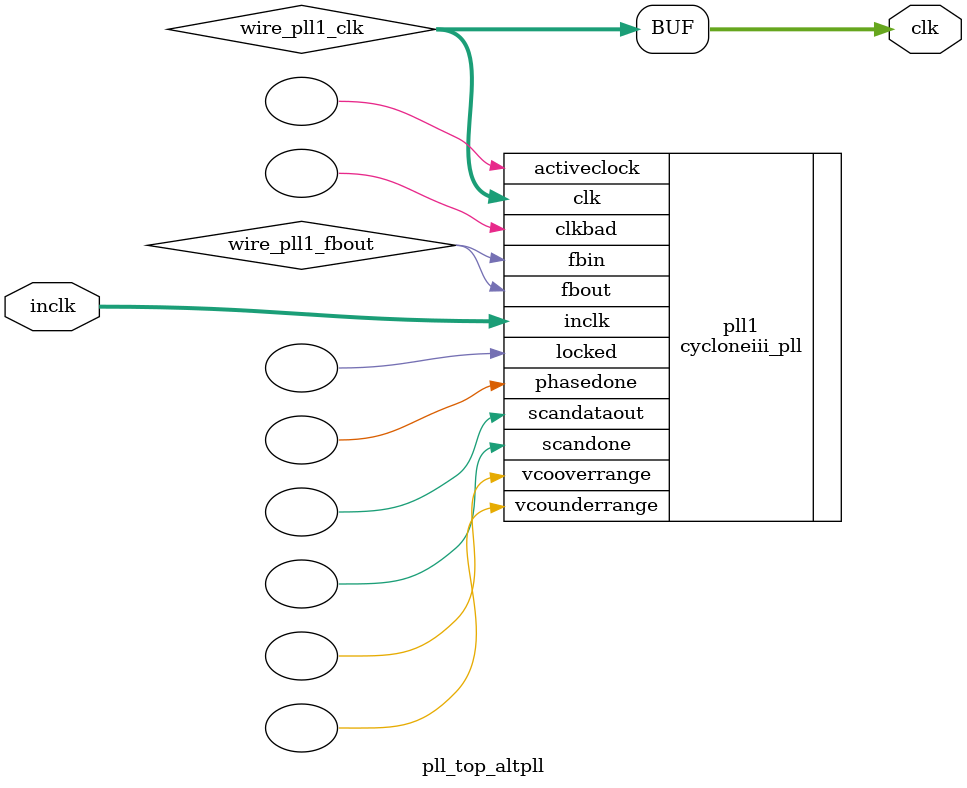
<source format=v>






//synthesis_resources = cycloneiii_pll 1 
//synopsys translate_off
`timescale 1 ps / 1 ps
//synopsys translate_on
module  pll_top_altpll
	( 
	clk,
	inclk) /* synthesis synthesis_clearbox=1 */;
	output   [4:0]  clk;
	input   [1:0]  inclk;
`ifndef ALTERA_RESERVED_QIS
// synopsys translate_off
`endif
	tri0   [1:0]  inclk;
`ifndef ALTERA_RESERVED_QIS
// synopsys translate_on
`endif

	wire  [4:0]   wire_pll1_clk;
	wire  wire_pll1_fbout;

	cycloneiii_pll   pll1
	( 
	.activeclock(),
	.clk(wire_pll1_clk),
	.clkbad(),
	.fbin(wire_pll1_fbout),
	.fbout(wire_pll1_fbout),
	.inclk(inclk),
	.locked(),
	.phasedone(),
	.scandataout(),
	.scandone(),
	.vcooverrange(),
	.vcounderrange()
	`ifndef FORMAL_VERIFICATION
	// synopsys translate_off
	`endif
	,
	.areset(1'b0),
	.clkswitch(1'b0),
	.configupdate(1'b0),
	.pfdena(1'b1),
	.phasecounterselect({3{1'b0}}),
	.phasestep(1'b0),
	.phaseupdown(1'b0),
	.scanclk(1'b0),
	.scanclkena(1'b1),
	.scandata(1'b0)
	`ifndef FORMAL_VERIFICATION
	// synopsys translate_on
	`endif
	);
	defparam
		pll1.bandwidth_type = "auto",
		pll1.clk0_divide_by = 500,
		pll1.clk0_duty_cycle = 50,
		pll1.clk0_multiply_by = 1,
		pll1.clk0_phase_shift = "0",
		pll1.compensate_clock = "clk0",
		pll1.inclk0_input_frequency = 20000,
		pll1.operation_mode = "normal",
		pll1.pll_type = "auto",
		pll1.lpm_type = "cycloneiii_pll";
	assign
		clk = {wire_pll1_clk[4:0]};
endmodule //pll_top_altpll
//VALID FILE

</source>
